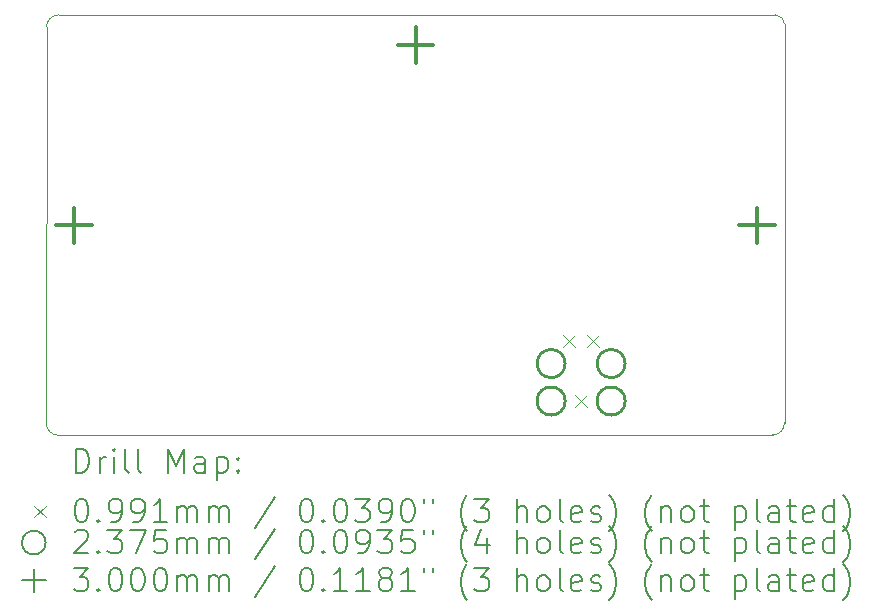
<source format=gbr>
%FSLAX45Y45*%
G04 Gerber Fmt 4.5, Leading zero omitted, Abs format (unit mm)*
G04 Created by KiCad (PCBNEW (6.0.0)) date 2022-12-31 23:58:13*
%MOMM*%
%LPD*%
G01*
G04 APERTURE LIST*
%TA.AperFunction,Profile*%
%ADD10C,0.100000*%
%TD*%
%ADD11C,0.200000*%
%ADD12C,0.099060*%
%ADD13C,0.237490*%
%ADD14C,0.300000*%
G04 APERTURE END LIST*
D10*
X12039600Y-10541000D02*
X5994400Y-10543900D01*
X12141200Y-7061200D02*
X12141200Y-10439400D01*
X5994400Y-6985000D02*
X12065000Y-6985000D01*
X5889900Y-10439400D02*
X5892800Y-7086600D01*
X12039600Y-10541000D02*
G75*
G03*
X12141200Y-10439400I0J101600D01*
G01*
X5889900Y-10439400D02*
G75*
G03*
X5994400Y-10543900I104500J0D01*
G01*
X5994400Y-6985000D02*
G75*
G03*
X5892800Y-7086600I0J-101600D01*
G01*
X12141200Y-7061200D02*
G75*
G03*
X12065000Y-6985000I-76200J0D01*
G01*
D11*
D12*
X10267950Y-9696450D02*
X10367010Y-9795510D01*
X10367010Y-9696450D02*
X10267950Y-9795510D01*
X10369550Y-10204450D02*
X10468610Y-10303510D01*
X10468610Y-10204450D02*
X10369550Y-10303510D01*
X10471150Y-9696450D02*
X10570210Y-9795510D01*
X10570210Y-9696450D02*
X10471150Y-9795510D01*
D13*
X10283825Y-9936480D02*
G75*
G03*
X10283825Y-9936480I-118745J0D01*
G01*
X10283825Y-10253980D02*
G75*
G03*
X10283825Y-10253980I-118745J0D01*
G01*
X10791825Y-9936480D02*
G75*
G03*
X10791825Y-9936480I-118745J0D01*
G01*
X10791825Y-10253980D02*
G75*
G03*
X10791825Y-10253980I-118745J0D01*
G01*
D14*
X6125700Y-8615400D02*
X6125700Y-8915400D01*
X5975700Y-8765400D02*
X6275700Y-8765400D01*
X9018000Y-7089000D02*
X9018000Y-7389000D01*
X8868000Y-7239000D02*
X9168000Y-7239000D01*
X11908300Y-8616400D02*
X11908300Y-8916400D01*
X11758300Y-8766400D02*
X12058300Y-8766400D01*
D11*
X6142519Y-10859376D02*
X6142519Y-10659376D01*
X6190138Y-10659376D01*
X6218709Y-10668900D01*
X6237757Y-10687948D01*
X6247281Y-10706995D01*
X6256805Y-10745090D01*
X6256805Y-10773662D01*
X6247281Y-10811757D01*
X6237757Y-10830805D01*
X6218709Y-10849852D01*
X6190138Y-10859376D01*
X6142519Y-10859376D01*
X6342519Y-10859376D02*
X6342519Y-10726043D01*
X6342519Y-10764138D02*
X6352043Y-10745090D01*
X6361567Y-10735567D01*
X6380614Y-10726043D01*
X6399662Y-10726043D01*
X6466328Y-10859376D02*
X6466328Y-10726043D01*
X6466328Y-10659376D02*
X6456805Y-10668900D01*
X6466328Y-10678424D01*
X6475852Y-10668900D01*
X6466328Y-10659376D01*
X6466328Y-10678424D01*
X6590138Y-10859376D02*
X6571090Y-10849852D01*
X6561567Y-10830805D01*
X6561567Y-10659376D01*
X6694900Y-10859376D02*
X6675852Y-10849852D01*
X6666328Y-10830805D01*
X6666328Y-10659376D01*
X6923471Y-10859376D02*
X6923471Y-10659376D01*
X6990138Y-10802233D01*
X7056805Y-10659376D01*
X7056805Y-10859376D01*
X7237757Y-10859376D02*
X7237757Y-10754614D01*
X7228233Y-10735567D01*
X7209186Y-10726043D01*
X7171090Y-10726043D01*
X7152043Y-10735567D01*
X7237757Y-10849852D02*
X7218709Y-10859376D01*
X7171090Y-10859376D01*
X7152043Y-10849852D01*
X7142519Y-10830805D01*
X7142519Y-10811757D01*
X7152043Y-10792710D01*
X7171090Y-10783186D01*
X7218709Y-10783186D01*
X7237757Y-10773662D01*
X7332995Y-10726043D02*
X7332995Y-10926043D01*
X7332995Y-10735567D02*
X7352043Y-10726043D01*
X7390138Y-10726043D01*
X7409186Y-10735567D01*
X7418709Y-10745090D01*
X7428233Y-10764138D01*
X7428233Y-10821281D01*
X7418709Y-10840329D01*
X7409186Y-10849852D01*
X7390138Y-10859376D01*
X7352043Y-10859376D01*
X7332995Y-10849852D01*
X7513948Y-10840329D02*
X7523471Y-10849852D01*
X7513948Y-10859376D01*
X7504424Y-10849852D01*
X7513948Y-10840329D01*
X7513948Y-10859376D01*
X7513948Y-10735567D02*
X7523471Y-10745090D01*
X7513948Y-10754614D01*
X7504424Y-10745090D01*
X7513948Y-10735567D01*
X7513948Y-10754614D01*
D12*
X5785840Y-11139370D02*
X5884900Y-11238430D01*
X5884900Y-11139370D02*
X5785840Y-11238430D01*
D11*
X6180614Y-11079376D02*
X6199662Y-11079376D01*
X6218709Y-11088900D01*
X6228233Y-11098424D01*
X6237757Y-11117471D01*
X6247281Y-11155567D01*
X6247281Y-11203186D01*
X6237757Y-11241281D01*
X6228233Y-11260328D01*
X6218709Y-11269852D01*
X6199662Y-11279376D01*
X6180614Y-11279376D01*
X6161567Y-11269852D01*
X6152043Y-11260328D01*
X6142519Y-11241281D01*
X6132995Y-11203186D01*
X6132995Y-11155567D01*
X6142519Y-11117471D01*
X6152043Y-11098424D01*
X6161567Y-11088900D01*
X6180614Y-11079376D01*
X6332995Y-11260328D02*
X6342519Y-11269852D01*
X6332995Y-11279376D01*
X6323471Y-11269852D01*
X6332995Y-11260328D01*
X6332995Y-11279376D01*
X6437757Y-11279376D02*
X6475852Y-11279376D01*
X6494900Y-11269852D01*
X6504424Y-11260328D01*
X6523471Y-11231757D01*
X6532995Y-11193662D01*
X6532995Y-11117471D01*
X6523471Y-11098424D01*
X6513948Y-11088900D01*
X6494900Y-11079376D01*
X6456805Y-11079376D01*
X6437757Y-11088900D01*
X6428233Y-11098424D01*
X6418709Y-11117471D01*
X6418709Y-11165090D01*
X6428233Y-11184138D01*
X6437757Y-11193662D01*
X6456805Y-11203186D01*
X6494900Y-11203186D01*
X6513948Y-11193662D01*
X6523471Y-11184138D01*
X6532995Y-11165090D01*
X6628233Y-11279376D02*
X6666328Y-11279376D01*
X6685376Y-11269852D01*
X6694900Y-11260328D01*
X6713948Y-11231757D01*
X6723471Y-11193662D01*
X6723471Y-11117471D01*
X6713948Y-11098424D01*
X6704424Y-11088900D01*
X6685376Y-11079376D01*
X6647281Y-11079376D01*
X6628233Y-11088900D01*
X6618709Y-11098424D01*
X6609186Y-11117471D01*
X6609186Y-11165090D01*
X6618709Y-11184138D01*
X6628233Y-11193662D01*
X6647281Y-11203186D01*
X6685376Y-11203186D01*
X6704424Y-11193662D01*
X6713948Y-11184138D01*
X6723471Y-11165090D01*
X6913948Y-11279376D02*
X6799662Y-11279376D01*
X6856805Y-11279376D02*
X6856805Y-11079376D01*
X6837757Y-11107948D01*
X6818709Y-11126995D01*
X6799662Y-11136519D01*
X6999662Y-11279376D02*
X6999662Y-11146043D01*
X6999662Y-11165090D02*
X7009186Y-11155567D01*
X7028233Y-11146043D01*
X7056805Y-11146043D01*
X7075852Y-11155567D01*
X7085376Y-11174614D01*
X7085376Y-11279376D01*
X7085376Y-11174614D02*
X7094900Y-11155567D01*
X7113948Y-11146043D01*
X7142519Y-11146043D01*
X7161567Y-11155567D01*
X7171090Y-11174614D01*
X7171090Y-11279376D01*
X7266328Y-11279376D02*
X7266328Y-11146043D01*
X7266328Y-11165090D02*
X7275852Y-11155567D01*
X7294900Y-11146043D01*
X7323471Y-11146043D01*
X7342519Y-11155567D01*
X7352043Y-11174614D01*
X7352043Y-11279376D01*
X7352043Y-11174614D02*
X7361567Y-11155567D01*
X7380614Y-11146043D01*
X7409186Y-11146043D01*
X7428233Y-11155567D01*
X7437757Y-11174614D01*
X7437757Y-11279376D01*
X7828233Y-11069852D02*
X7656805Y-11326995D01*
X8085376Y-11079376D02*
X8104424Y-11079376D01*
X8123471Y-11088900D01*
X8132995Y-11098424D01*
X8142519Y-11117471D01*
X8152043Y-11155567D01*
X8152043Y-11203186D01*
X8142519Y-11241281D01*
X8132995Y-11260328D01*
X8123471Y-11269852D01*
X8104424Y-11279376D01*
X8085376Y-11279376D01*
X8066328Y-11269852D01*
X8056805Y-11260328D01*
X8047281Y-11241281D01*
X8037757Y-11203186D01*
X8037757Y-11155567D01*
X8047281Y-11117471D01*
X8056805Y-11098424D01*
X8066328Y-11088900D01*
X8085376Y-11079376D01*
X8237757Y-11260328D02*
X8247281Y-11269852D01*
X8237757Y-11279376D01*
X8228233Y-11269852D01*
X8237757Y-11260328D01*
X8237757Y-11279376D01*
X8371090Y-11079376D02*
X8390138Y-11079376D01*
X8409186Y-11088900D01*
X8418710Y-11098424D01*
X8428233Y-11117471D01*
X8437757Y-11155567D01*
X8437757Y-11203186D01*
X8428233Y-11241281D01*
X8418710Y-11260328D01*
X8409186Y-11269852D01*
X8390138Y-11279376D01*
X8371090Y-11279376D01*
X8352043Y-11269852D01*
X8342519Y-11260328D01*
X8332995Y-11241281D01*
X8323471Y-11203186D01*
X8323471Y-11155567D01*
X8332995Y-11117471D01*
X8342519Y-11098424D01*
X8352043Y-11088900D01*
X8371090Y-11079376D01*
X8504424Y-11079376D02*
X8628233Y-11079376D01*
X8561567Y-11155567D01*
X8590138Y-11155567D01*
X8609186Y-11165090D01*
X8618710Y-11174614D01*
X8628233Y-11193662D01*
X8628233Y-11241281D01*
X8618710Y-11260328D01*
X8609186Y-11269852D01*
X8590138Y-11279376D01*
X8532995Y-11279376D01*
X8513948Y-11269852D01*
X8504424Y-11260328D01*
X8723471Y-11279376D02*
X8761567Y-11279376D01*
X8780614Y-11269852D01*
X8790138Y-11260328D01*
X8809186Y-11231757D01*
X8818710Y-11193662D01*
X8818710Y-11117471D01*
X8809186Y-11098424D01*
X8799662Y-11088900D01*
X8780614Y-11079376D01*
X8742519Y-11079376D01*
X8723471Y-11088900D01*
X8713948Y-11098424D01*
X8704424Y-11117471D01*
X8704424Y-11165090D01*
X8713948Y-11184138D01*
X8723471Y-11193662D01*
X8742519Y-11203186D01*
X8780614Y-11203186D01*
X8799662Y-11193662D01*
X8809186Y-11184138D01*
X8818710Y-11165090D01*
X8942519Y-11079376D02*
X8961567Y-11079376D01*
X8980614Y-11088900D01*
X8990138Y-11098424D01*
X8999662Y-11117471D01*
X9009186Y-11155567D01*
X9009186Y-11203186D01*
X8999662Y-11241281D01*
X8990138Y-11260328D01*
X8980614Y-11269852D01*
X8961567Y-11279376D01*
X8942519Y-11279376D01*
X8923471Y-11269852D01*
X8913948Y-11260328D01*
X8904424Y-11241281D01*
X8894900Y-11203186D01*
X8894900Y-11155567D01*
X8904424Y-11117471D01*
X8913948Y-11098424D01*
X8923471Y-11088900D01*
X8942519Y-11079376D01*
X9085376Y-11079376D02*
X9085376Y-11117471D01*
X9161567Y-11079376D02*
X9161567Y-11117471D01*
X9456805Y-11355567D02*
X9447281Y-11346043D01*
X9428233Y-11317471D01*
X9418710Y-11298424D01*
X9409186Y-11269852D01*
X9399662Y-11222233D01*
X9399662Y-11184138D01*
X9409186Y-11136519D01*
X9418710Y-11107948D01*
X9428233Y-11088900D01*
X9447281Y-11060329D01*
X9456805Y-11050805D01*
X9513948Y-11079376D02*
X9637757Y-11079376D01*
X9571090Y-11155567D01*
X9599662Y-11155567D01*
X9618710Y-11165090D01*
X9628233Y-11174614D01*
X9637757Y-11193662D01*
X9637757Y-11241281D01*
X9628233Y-11260328D01*
X9618710Y-11269852D01*
X9599662Y-11279376D01*
X9542519Y-11279376D01*
X9523471Y-11269852D01*
X9513948Y-11260328D01*
X9875852Y-11279376D02*
X9875852Y-11079376D01*
X9961567Y-11279376D02*
X9961567Y-11174614D01*
X9952043Y-11155567D01*
X9932995Y-11146043D01*
X9904424Y-11146043D01*
X9885376Y-11155567D01*
X9875852Y-11165090D01*
X10085376Y-11279376D02*
X10066329Y-11269852D01*
X10056805Y-11260328D01*
X10047281Y-11241281D01*
X10047281Y-11184138D01*
X10056805Y-11165090D01*
X10066329Y-11155567D01*
X10085376Y-11146043D01*
X10113948Y-11146043D01*
X10132995Y-11155567D01*
X10142519Y-11165090D01*
X10152043Y-11184138D01*
X10152043Y-11241281D01*
X10142519Y-11260328D01*
X10132995Y-11269852D01*
X10113948Y-11279376D01*
X10085376Y-11279376D01*
X10266329Y-11279376D02*
X10247281Y-11269852D01*
X10237757Y-11250805D01*
X10237757Y-11079376D01*
X10418710Y-11269852D02*
X10399662Y-11279376D01*
X10361567Y-11279376D01*
X10342519Y-11269852D01*
X10332995Y-11250805D01*
X10332995Y-11174614D01*
X10342519Y-11155567D01*
X10361567Y-11146043D01*
X10399662Y-11146043D01*
X10418710Y-11155567D01*
X10428233Y-11174614D01*
X10428233Y-11193662D01*
X10332995Y-11212709D01*
X10504424Y-11269852D02*
X10523471Y-11279376D01*
X10561567Y-11279376D01*
X10580614Y-11269852D01*
X10590138Y-11250805D01*
X10590138Y-11241281D01*
X10580614Y-11222233D01*
X10561567Y-11212709D01*
X10532995Y-11212709D01*
X10513948Y-11203186D01*
X10504424Y-11184138D01*
X10504424Y-11174614D01*
X10513948Y-11155567D01*
X10532995Y-11146043D01*
X10561567Y-11146043D01*
X10580614Y-11155567D01*
X10656805Y-11355567D02*
X10666329Y-11346043D01*
X10685376Y-11317471D01*
X10694900Y-11298424D01*
X10704424Y-11269852D01*
X10713948Y-11222233D01*
X10713948Y-11184138D01*
X10704424Y-11136519D01*
X10694900Y-11107948D01*
X10685376Y-11088900D01*
X10666329Y-11060329D01*
X10656805Y-11050805D01*
X11018710Y-11355567D02*
X11009186Y-11346043D01*
X10990138Y-11317471D01*
X10980614Y-11298424D01*
X10971090Y-11269852D01*
X10961567Y-11222233D01*
X10961567Y-11184138D01*
X10971090Y-11136519D01*
X10980614Y-11107948D01*
X10990138Y-11088900D01*
X11009186Y-11060329D01*
X11018710Y-11050805D01*
X11094900Y-11146043D02*
X11094900Y-11279376D01*
X11094900Y-11165090D02*
X11104424Y-11155567D01*
X11123471Y-11146043D01*
X11152043Y-11146043D01*
X11171090Y-11155567D01*
X11180614Y-11174614D01*
X11180614Y-11279376D01*
X11304424Y-11279376D02*
X11285376Y-11269852D01*
X11275852Y-11260328D01*
X11266328Y-11241281D01*
X11266328Y-11184138D01*
X11275852Y-11165090D01*
X11285376Y-11155567D01*
X11304424Y-11146043D01*
X11332995Y-11146043D01*
X11352043Y-11155567D01*
X11361567Y-11165090D01*
X11371090Y-11184138D01*
X11371090Y-11241281D01*
X11361567Y-11260328D01*
X11352043Y-11269852D01*
X11332995Y-11279376D01*
X11304424Y-11279376D01*
X11428233Y-11146043D02*
X11504424Y-11146043D01*
X11456805Y-11079376D02*
X11456805Y-11250805D01*
X11466328Y-11269852D01*
X11485376Y-11279376D01*
X11504424Y-11279376D01*
X11723471Y-11146043D02*
X11723471Y-11346043D01*
X11723471Y-11155567D02*
X11742519Y-11146043D01*
X11780614Y-11146043D01*
X11799662Y-11155567D01*
X11809186Y-11165090D01*
X11818709Y-11184138D01*
X11818709Y-11241281D01*
X11809186Y-11260328D01*
X11799662Y-11269852D01*
X11780614Y-11279376D01*
X11742519Y-11279376D01*
X11723471Y-11269852D01*
X11932995Y-11279376D02*
X11913948Y-11269852D01*
X11904424Y-11250805D01*
X11904424Y-11079376D01*
X12094900Y-11279376D02*
X12094900Y-11174614D01*
X12085376Y-11155567D01*
X12066328Y-11146043D01*
X12028233Y-11146043D01*
X12009186Y-11155567D01*
X12094900Y-11269852D02*
X12075852Y-11279376D01*
X12028233Y-11279376D01*
X12009186Y-11269852D01*
X11999662Y-11250805D01*
X11999662Y-11231757D01*
X12009186Y-11212709D01*
X12028233Y-11203186D01*
X12075852Y-11203186D01*
X12094900Y-11193662D01*
X12161567Y-11146043D02*
X12237757Y-11146043D01*
X12190138Y-11079376D02*
X12190138Y-11250805D01*
X12199662Y-11269852D01*
X12218709Y-11279376D01*
X12237757Y-11279376D01*
X12380614Y-11269852D02*
X12361567Y-11279376D01*
X12323471Y-11279376D01*
X12304424Y-11269852D01*
X12294900Y-11250805D01*
X12294900Y-11174614D01*
X12304424Y-11155567D01*
X12323471Y-11146043D01*
X12361567Y-11146043D01*
X12380614Y-11155567D01*
X12390138Y-11174614D01*
X12390138Y-11193662D01*
X12294900Y-11212709D01*
X12561567Y-11279376D02*
X12561567Y-11079376D01*
X12561567Y-11269852D02*
X12542519Y-11279376D01*
X12504424Y-11279376D01*
X12485376Y-11269852D01*
X12475852Y-11260328D01*
X12466328Y-11241281D01*
X12466328Y-11184138D01*
X12475852Y-11165090D01*
X12485376Y-11155567D01*
X12504424Y-11146043D01*
X12542519Y-11146043D01*
X12561567Y-11155567D01*
X12637757Y-11355567D02*
X12647281Y-11346043D01*
X12666328Y-11317471D01*
X12675852Y-11298424D01*
X12685376Y-11269852D01*
X12694900Y-11222233D01*
X12694900Y-11184138D01*
X12685376Y-11136519D01*
X12675852Y-11107948D01*
X12666328Y-11088900D01*
X12647281Y-11060329D01*
X12637757Y-11050805D01*
X5884900Y-11452900D02*
G75*
G03*
X5884900Y-11452900I-100000J0D01*
G01*
X6132995Y-11362424D02*
X6142519Y-11352900D01*
X6161567Y-11343376D01*
X6209186Y-11343376D01*
X6228233Y-11352900D01*
X6237757Y-11362424D01*
X6247281Y-11381471D01*
X6247281Y-11400519D01*
X6237757Y-11429090D01*
X6123471Y-11543376D01*
X6247281Y-11543376D01*
X6332995Y-11524328D02*
X6342519Y-11533852D01*
X6332995Y-11543376D01*
X6323471Y-11533852D01*
X6332995Y-11524328D01*
X6332995Y-11543376D01*
X6409186Y-11343376D02*
X6532995Y-11343376D01*
X6466328Y-11419567D01*
X6494900Y-11419567D01*
X6513948Y-11429090D01*
X6523471Y-11438614D01*
X6532995Y-11457662D01*
X6532995Y-11505281D01*
X6523471Y-11524328D01*
X6513948Y-11533852D01*
X6494900Y-11543376D01*
X6437757Y-11543376D01*
X6418709Y-11533852D01*
X6409186Y-11524328D01*
X6599662Y-11343376D02*
X6732995Y-11343376D01*
X6647281Y-11543376D01*
X6904424Y-11343376D02*
X6809186Y-11343376D01*
X6799662Y-11438614D01*
X6809186Y-11429090D01*
X6828233Y-11419567D01*
X6875852Y-11419567D01*
X6894900Y-11429090D01*
X6904424Y-11438614D01*
X6913948Y-11457662D01*
X6913948Y-11505281D01*
X6904424Y-11524328D01*
X6894900Y-11533852D01*
X6875852Y-11543376D01*
X6828233Y-11543376D01*
X6809186Y-11533852D01*
X6799662Y-11524328D01*
X6999662Y-11543376D02*
X6999662Y-11410043D01*
X6999662Y-11429090D02*
X7009186Y-11419567D01*
X7028233Y-11410043D01*
X7056805Y-11410043D01*
X7075852Y-11419567D01*
X7085376Y-11438614D01*
X7085376Y-11543376D01*
X7085376Y-11438614D02*
X7094900Y-11419567D01*
X7113948Y-11410043D01*
X7142519Y-11410043D01*
X7161567Y-11419567D01*
X7171090Y-11438614D01*
X7171090Y-11543376D01*
X7266328Y-11543376D02*
X7266328Y-11410043D01*
X7266328Y-11429090D02*
X7275852Y-11419567D01*
X7294900Y-11410043D01*
X7323471Y-11410043D01*
X7342519Y-11419567D01*
X7352043Y-11438614D01*
X7352043Y-11543376D01*
X7352043Y-11438614D02*
X7361567Y-11419567D01*
X7380614Y-11410043D01*
X7409186Y-11410043D01*
X7428233Y-11419567D01*
X7437757Y-11438614D01*
X7437757Y-11543376D01*
X7828233Y-11333852D02*
X7656805Y-11590995D01*
X8085376Y-11343376D02*
X8104424Y-11343376D01*
X8123471Y-11352900D01*
X8132995Y-11362424D01*
X8142519Y-11381471D01*
X8152043Y-11419567D01*
X8152043Y-11467186D01*
X8142519Y-11505281D01*
X8132995Y-11524328D01*
X8123471Y-11533852D01*
X8104424Y-11543376D01*
X8085376Y-11543376D01*
X8066328Y-11533852D01*
X8056805Y-11524328D01*
X8047281Y-11505281D01*
X8037757Y-11467186D01*
X8037757Y-11419567D01*
X8047281Y-11381471D01*
X8056805Y-11362424D01*
X8066328Y-11352900D01*
X8085376Y-11343376D01*
X8237757Y-11524328D02*
X8247281Y-11533852D01*
X8237757Y-11543376D01*
X8228233Y-11533852D01*
X8237757Y-11524328D01*
X8237757Y-11543376D01*
X8371090Y-11343376D02*
X8390138Y-11343376D01*
X8409186Y-11352900D01*
X8418710Y-11362424D01*
X8428233Y-11381471D01*
X8437757Y-11419567D01*
X8437757Y-11467186D01*
X8428233Y-11505281D01*
X8418710Y-11524328D01*
X8409186Y-11533852D01*
X8390138Y-11543376D01*
X8371090Y-11543376D01*
X8352043Y-11533852D01*
X8342519Y-11524328D01*
X8332995Y-11505281D01*
X8323471Y-11467186D01*
X8323471Y-11419567D01*
X8332995Y-11381471D01*
X8342519Y-11362424D01*
X8352043Y-11352900D01*
X8371090Y-11343376D01*
X8532995Y-11543376D02*
X8571090Y-11543376D01*
X8590138Y-11533852D01*
X8599662Y-11524328D01*
X8618710Y-11495757D01*
X8628233Y-11457662D01*
X8628233Y-11381471D01*
X8618710Y-11362424D01*
X8609186Y-11352900D01*
X8590138Y-11343376D01*
X8552043Y-11343376D01*
X8532995Y-11352900D01*
X8523471Y-11362424D01*
X8513948Y-11381471D01*
X8513948Y-11429090D01*
X8523471Y-11448138D01*
X8532995Y-11457662D01*
X8552043Y-11467186D01*
X8590138Y-11467186D01*
X8609186Y-11457662D01*
X8618710Y-11448138D01*
X8628233Y-11429090D01*
X8694900Y-11343376D02*
X8818710Y-11343376D01*
X8752043Y-11419567D01*
X8780614Y-11419567D01*
X8799662Y-11429090D01*
X8809186Y-11438614D01*
X8818710Y-11457662D01*
X8818710Y-11505281D01*
X8809186Y-11524328D01*
X8799662Y-11533852D01*
X8780614Y-11543376D01*
X8723471Y-11543376D01*
X8704424Y-11533852D01*
X8694900Y-11524328D01*
X8999662Y-11343376D02*
X8904424Y-11343376D01*
X8894900Y-11438614D01*
X8904424Y-11429090D01*
X8923471Y-11419567D01*
X8971090Y-11419567D01*
X8990138Y-11429090D01*
X8999662Y-11438614D01*
X9009186Y-11457662D01*
X9009186Y-11505281D01*
X8999662Y-11524328D01*
X8990138Y-11533852D01*
X8971090Y-11543376D01*
X8923471Y-11543376D01*
X8904424Y-11533852D01*
X8894900Y-11524328D01*
X9085376Y-11343376D02*
X9085376Y-11381471D01*
X9161567Y-11343376D02*
X9161567Y-11381471D01*
X9456805Y-11619567D02*
X9447281Y-11610043D01*
X9428233Y-11581471D01*
X9418710Y-11562424D01*
X9409186Y-11533852D01*
X9399662Y-11486233D01*
X9399662Y-11448138D01*
X9409186Y-11400519D01*
X9418710Y-11371948D01*
X9428233Y-11352900D01*
X9447281Y-11324328D01*
X9456805Y-11314805D01*
X9618710Y-11410043D02*
X9618710Y-11543376D01*
X9571090Y-11333852D02*
X9523471Y-11476709D01*
X9647281Y-11476709D01*
X9875852Y-11543376D02*
X9875852Y-11343376D01*
X9961567Y-11543376D02*
X9961567Y-11438614D01*
X9952043Y-11419567D01*
X9932995Y-11410043D01*
X9904424Y-11410043D01*
X9885376Y-11419567D01*
X9875852Y-11429090D01*
X10085376Y-11543376D02*
X10066329Y-11533852D01*
X10056805Y-11524328D01*
X10047281Y-11505281D01*
X10047281Y-11448138D01*
X10056805Y-11429090D01*
X10066329Y-11419567D01*
X10085376Y-11410043D01*
X10113948Y-11410043D01*
X10132995Y-11419567D01*
X10142519Y-11429090D01*
X10152043Y-11448138D01*
X10152043Y-11505281D01*
X10142519Y-11524328D01*
X10132995Y-11533852D01*
X10113948Y-11543376D01*
X10085376Y-11543376D01*
X10266329Y-11543376D02*
X10247281Y-11533852D01*
X10237757Y-11514805D01*
X10237757Y-11343376D01*
X10418710Y-11533852D02*
X10399662Y-11543376D01*
X10361567Y-11543376D01*
X10342519Y-11533852D01*
X10332995Y-11514805D01*
X10332995Y-11438614D01*
X10342519Y-11419567D01*
X10361567Y-11410043D01*
X10399662Y-11410043D01*
X10418710Y-11419567D01*
X10428233Y-11438614D01*
X10428233Y-11457662D01*
X10332995Y-11476709D01*
X10504424Y-11533852D02*
X10523471Y-11543376D01*
X10561567Y-11543376D01*
X10580614Y-11533852D01*
X10590138Y-11514805D01*
X10590138Y-11505281D01*
X10580614Y-11486233D01*
X10561567Y-11476709D01*
X10532995Y-11476709D01*
X10513948Y-11467186D01*
X10504424Y-11448138D01*
X10504424Y-11438614D01*
X10513948Y-11419567D01*
X10532995Y-11410043D01*
X10561567Y-11410043D01*
X10580614Y-11419567D01*
X10656805Y-11619567D02*
X10666329Y-11610043D01*
X10685376Y-11581471D01*
X10694900Y-11562424D01*
X10704424Y-11533852D01*
X10713948Y-11486233D01*
X10713948Y-11448138D01*
X10704424Y-11400519D01*
X10694900Y-11371948D01*
X10685376Y-11352900D01*
X10666329Y-11324328D01*
X10656805Y-11314805D01*
X11018710Y-11619567D02*
X11009186Y-11610043D01*
X10990138Y-11581471D01*
X10980614Y-11562424D01*
X10971090Y-11533852D01*
X10961567Y-11486233D01*
X10961567Y-11448138D01*
X10971090Y-11400519D01*
X10980614Y-11371948D01*
X10990138Y-11352900D01*
X11009186Y-11324328D01*
X11018710Y-11314805D01*
X11094900Y-11410043D02*
X11094900Y-11543376D01*
X11094900Y-11429090D02*
X11104424Y-11419567D01*
X11123471Y-11410043D01*
X11152043Y-11410043D01*
X11171090Y-11419567D01*
X11180614Y-11438614D01*
X11180614Y-11543376D01*
X11304424Y-11543376D02*
X11285376Y-11533852D01*
X11275852Y-11524328D01*
X11266328Y-11505281D01*
X11266328Y-11448138D01*
X11275852Y-11429090D01*
X11285376Y-11419567D01*
X11304424Y-11410043D01*
X11332995Y-11410043D01*
X11352043Y-11419567D01*
X11361567Y-11429090D01*
X11371090Y-11448138D01*
X11371090Y-11505281D01*
X11361567Y-11524328D01*
X11352043Y-11533852D01*
X11332995Y-11543376D01*
X11304424Y-11543376D01*
X11428233Y-11410043D02*
X11504424Y-11410043D01*
X11456805Y-11343376D02*
X11456805Y-11514805D01*
X11466328Y-11533852D01*
X11485376Y-11543376D01*
X11504424Y-11543376D01*
X11723471Y-11410043D02*
X11723471Y-11610043D01*
X11723471Y-11419567D02*
X11742519Y-11410043D01*
X11780614Y-11410043D01*
X11799662Y-11419567D01*
X11809186Y-11429090D01*
X11818709Y-11448138D01*
X11818709Y-11505281D01*
X11809186Y-11524328D01*
X11799662Y-11533852D01*
X11780614Y-11543376D01*
X11742519Y-11543376D01*
X11723471Y-11533852D01*
X11932995Y-11543376D02*
X11913948Y-11533852D01*
X11904424Y-11514805D01*
X11904424Y-11343376D01*
X12094900Y-11543376D02*
X12094900Y-11438614D01*
X12085376Y-11419567D01*
X12066328Y-11410043D01*
X12028233Y-11410043D01*
X12009186Y-11419567D01*
X12094900Y-11533852D02*
X12075852Y-11543376D01*
X12028233Y-11543376D01*
X12009186Y-11533852D01*
X11999662Y-11514805D01*
X11999662Y-11495757D01*
X12009186Y-11476709D01*
X12028233Y-11467186D01*
X12075852Y-11467186D01*
X12094900Y-11457662D01*
X12161567Y-11410043D02*
X12237757Y-11410043D01*
X12190138Y-11343376D02*
X12190138Y-11514805D01*
X12199662Y-11533852D01*
X12218709Y-11543376D01*
X12237757Y-11543376D01*
X12380614Y-11533852D02*
X12361567Y-11543376D01*
X12323471Y-11543376D01*
X12304424Y-11533852D01*
X12294900Y-11514805D01*
X12294900Y-11438614D01*
X12304424Y-11419567D01*
X12323471Y-11410043D01*
X12361567Y-11410043D01*
X12380614Y-11419567D01*
X12390138Y-11438614D01*
X12390138Y-11457662D01*
X12294900Y-11476709D01*
X12561567Y-11543376D02*
X12561567Y-11343376D01*
X12561567Y-11533852D02*
X12542519Y-11543376D01*
X12504424Y-11543376D01*
X12485376Y-11533852D01*
X12475852Y-11524328D01*
X12466328Y-11505281D01*
X12466328Y-11448138D01*
X12475852Y-11429090D01*
X12485376Y-11419567D01*
X12504424Y-11410043D01*
X12542519Y-11410043D01*
X12561567Y-11419567D01*
X12637757Y-11619567D02*
X12647281Y-11610043D01*
X12666328Y-11581471D01*
X12675852Y-11562424D01*
X12685376Y-11533852D01*
X12694900Y-11486233D01*
X12694900Y-11448138D01*
X12685376Y-11400519D01*
X12675852Y-11371948D01*
X12666328Y-11352900D01*
X12647281Y-11324328D01*
X12637757Y-11314805D01*
X5784900Y-11672900D02*
X5784900Y-11872900D01*
X5684900Y-11772900D02*
X5884900Y-11772900D01*
X6123471Y-11663376D02*
X6247281Y-11663376D01*
X6180614Y-11739567D01*
X6209186Y-11739567D01*
X6228233Y-11749090D01*
X6237757Y-11758614D01*
X6247281Y-11777662D01*
X6247281Y-11825281D01*
X6237757Y-11844328D01*
X6228233Y-11853852D01*
X6209186Y-11863376D01*
X6152043Y-11863376D01*
X6132995Y-11853852D01*
X6123471Y-11844328D01*
X6332995Y-11844328D02*
X6342519Y-11853852D01*
X6332995Y-11863376D01*
X6323471Y-11853852D01*
X6332995Y-11844328D01*
X6332995Y-11863376D01*
X6466328Y-11663376D02*
X6485376Y-11663376D01*
X6504424Y-11672900D01*
X6513948Y-11682424D01*
X6523471Y-11701471D01*
X6532995Y-11739567D01*
X6532995Y-11787186D01*
X6523471Y-11825281D01*
X6513948Y-11844328D01*
X6504424Y-11853852D01*
X6485376Y-11863376D01*
X6466328Y-11863376D01*
X6447281Y-11853852D01*
X6437757Y-11844328D01*
X6428233Y-11825281D01*
X6418709Y-11787186D01*
X6418709Y-11739567D01*
X6428233Y-11701471D01*
X6437757Y-11682424D01*
X6447281Y-11672900D01*
X6466328Y-11663376D01*
X6656805Y-11663376D02*
X6675852Y-11663376D01*
X6694900Y-11672900D01*
X6704424Y-11682424D01*
X6713948Y-11701471D01*
X6723471Y-11739567D01*
X6723471Y-11787186D01*
X6713948Y-11825281D01*
X6704424Y-11844328D01*
X6694900Y-11853852D01*
X6675852Y-11863376D01*
X6656805Y-11863376D01*
X6637757Y-11853852D01*
X6628233Y-11844328D01*
X6618709Y-11825281D01*
X6609186Y-11787186D01*
X6609186Y-11739567D01*
X6618709Y-11701471D01*
X6628233Y-11682424D01*
X6637757Y-11672900D01*
X6656805Y-11663376D01*
X6847281Y-11663376D02*
X6866328Y-11663376D01*
X6885376Y-11672900D01*
X6894900Y-11682424D01*
X6904424Y-11701471D01*
X6913948Y-11739567D01*
X6913948Y-11787186D01*
X6904424Y-11825281D01*
X6894900Y-11844328D01*
X6885376Y-11853852D01*
X6866328Y-11863376D01*
X6847281Y-11863376D01*
X6828233Y-11853852D01*
X6818709Y-11844328D01*
X6809186Y-11825281D01*
X6799662Y-11787186D01*
X6799662Y-11739567D01*
X6809186Y-11701471D01*
X6818709Y-11682424D01*
X6828233Y-11672900D01*
X6847281Y-11663376D01*
X6999662Y-11863376D02*
X6999662Y-11730043D01*
X6999662Y-11749090D02*
X7009186Y-11739567D01*
X7028233Y-11730043D01*
X7056805Y-11730043D01*
X7075852Y-11739567D01*
X7085376Y-11758614D01*
X7085376Y-11863376D01*
X7085376Y-11758614D02*
X7094900Y-11739567D01*
X7113948Y-11730043D01*
X7142519Y-11730043D01*
X7161567Y-11739567D01*
X7171090Y-11758614D01*
X7171090Y-11863376D01*
X7266328Y-11863376D02*
X7266328Y-11730043D01*
X7266328Y-11749090D02*
X7275852Y-11739567D01*
X7294900Y-11730043D01*
X7323471Y-11730043D01*
X7342519Y-11739567D01*
X7352043Y-11758614D01*
X7352043Y-11863376D01*
X7352043Y-11758614D02*
X7361567Y-11739567D01*
X7380614Y-11730043D01*
X7409186Y-11730043D01*
X7428233Y-11739567D01*
X7437757Y-11758614D01*
X7437757Y-11863376D01*
X7828233Y-11653852D02*
X7656805Y-11910995D01*
X8085376Y-11663376D02*
X8104424Y-11663376D01*
X8123471Y-11672900D01*
X8132995Y-11682424D01*
X8142519Y-11701471D01*
X8152043Y-11739567D01*
X8152043Y-11787186D01*
X8142519Y-11825281D01*
X8132995Y-11844328D01*
X8123471Y-11853852D01*
X8104424Y-11863376D01*
X8085376Y-11863376D01*
X8066328Y-11853852D01*
X8056805Y-11844328D01*
X8047281Y-11825281D01*
X8037757Y-11787186D01*
X8037757Y-11739567D01*
X8047281Y-11701471D01*
X8056805Y-11682424D01*
X8066328Y-11672900D01*
X8085376Y-11663376D01*
X8237757Y-11844328D02*
X8247281Y-11853852D01*
X8237757Y-11863376D01*
X8228233Y-11853852D01*
X8237757Y-11844328D01*
X8237757Y-11863376D01*
X8437757Y-11863376D02*
X8323471Y-11863376D01*
X8380614Y-11863376D02*
X8380614Y-11663376D01*
X8361567Y-11691948D01*
X8342519Y-11710995D01*
X8323471Y-11720519D01*
X8628233Y-11863376D02*
X8513948Y-11863376D01*
X8571090Y-11863376D02*
X8571090Y-11663376D01*
X8552043Y-11691948D01*
X8532995Y-11710995D01*
X8513948Y-11720519D01*
X8742519Y-11749090D02*
X8723471Y-11739567D01*
X8713948Y-11730043D01*
X8704424Y-11710995D01*
X8704424Y-11701471D01*
X8713948Y-11682424D01*
X8723471Y-11672900D01*
X8742519Y-11663376D01*
X8780614Y-11663376D01*
X8799662Y-11672900D01*
X8809186Y-11682424D01*
X8818710Y-11701471D01*
X8818710Y-11710995D01*
X8809186Y-11730043D01*
X8799662Y-11739567D01*
X8780614Y-11749090D01*
X8742519Y-11749090D01*
X8723471Y-11758614D01*
X8713948Y-11768138D01*
X8704424Y-11787186D01*
X8704424Y-11825281D01*
X8713948Y-11844328D01*
X8723471Y-11853852D01*
X8742519Y-11863376D01*
X8780614Y-11863376D01*
X8799662Y-11853852D01*
X8809186Y-11844328D01*
X8818710Y-11825281D01*
X8818710Y-11787186D01*
X8809186Y-11768138D01*
X8799662Y-11758614D01*
X8780614Y-11749090D01*
X9009186Y-11863376D02*
X8894900Y-11863376D01*
X8952043Y-11863376D02*
X8952043Y-11663376D01*
X8932995Y-11691948D01*
X8913948Y-11710995D01*
X8894900Y-11720519D01*
X9085376Y-11663376D02*
X9085376Y-11701471D01*
X9161567Y-11663376D02*
X9161567Y-11701471D01*
X9456805Y-11939567D02*
X9447281Y-11930043D01*
X9428233Y-11901471D01*
X9418710Y-11882424D01*
X9409186Y-11853852D01*
X9399662Y-11806233D01*
X9399662Y-11768138D01*
X9409186Y-11720519D01*
X9418710Y-11691948D01*
X9428233Y-11672900D01*
X9447281Y-11644328D01*
X9456805Y-11634805D01*
X9513948Y-11663376D02*
X9637757Y-11663376D01*
X9571090Y-11739567D01*
X9599662Y-11739567D01*
X9618710Y-11749090D01*
X9628233Y-11758614D01*
X9637757Y-11777662D01*
X9637757Y-11825281D01*
X9628233Y-11844328D01*
X9618710Y-11853852D01*
X9599662Y-11863376D01*
X9542519Y-11863376D01*
X9523471Y-11853852D01*
X9513948Y-11844328D01*
X9875852Y-11863376D02*
X9875852Y-11663376D01*
X9961567Y-11863376D02*
X9961567Y-11758614D01*
X9952043Y-11739567D01*
X9932995Y-11730043D01*
X9904424Y-11730043D01*
X9885376Y-11739567D01*
X9875852Y-11749090D01*
X10085376Y-11863376D02*
X10066329Y-11853852D01*
X10056805Y-11844328D01*
X10047281Y-11825281D01*
X10047281Y-11768138D01*
X10056805Y-11749090D01*
X10066329Y-11739567D01*
X10085376Y-11730043D01*
X10113948Y-11730043D01*
X10132995Y-11739567D01*
X10142519Y-11749090D01*
X10152043Y-11768138D01*
X10152043Y-11825281D01*
X10142519Y-11844328D01*
X10132995Y-11853852D01*
X10113948Y-11863376D01*
X10085376Y-11863376D01*
X10266329Y-11863376D02*
X10247281Y-11853852D01*
X10237757Y-11834805D01*
X10237757Y-11663376D01*
X10418710Y-11853852D02*
X10399662Y-11863376D01*
X10361567Y-11863376D01*
X10342519Y-11853852D01*
X10332995Y-11834805D01*
X10332995Y-11758614D01*
X10342519Y-11739567D01*
X10361567Y-11730043D01*
X10399662Y-11730043D01*
X10418710Y-11739567D01*
X10428233Y-11758614D01*
X10428233Y-11777662D01*
X10332995Y-11796709D01*
X10504424Y-11853852D02*
X10523471Y-11863376D01*
X10561567Y-11863376D01*
X10580614Y-11853852D01*
X10590138Y-11834805D01*
X10590138Y-11825281D01*
X10580614Y-11806233D01*
X10561567Y-11796709D01*
X10532995Y-11796709D01*
X10513948Y-11787186D01*
X10504424Y-11768138D01*
X10504424Y-11758614D01*
X10513948Y-11739567D01*
X10532995Y-11730043D01*
X10561567Y-11730043D01*
X10580614Y-11739567D01*
X10656805Y-11939567D02*
X10666329Y-11930043D01*
X10685376Y-11901471D01*
X10694900Y-11882424D01*
X10704424Y-11853852D01*
X10713948Y-11806233D01*
X10713948Y-11768138D01*
X10704424Y-11720519D01*
X10694900Y-11691948D01*
X10685376Y-11672900D01*
X10666329Y-11644328D01*
X10656805Y-11634805D01*
X11018710Y-11939567D02*
X11009186Y-11930043D01*
X10990138Y-11901471D01*
X10980614Y-11882424D01*
X10971090Y-11853852D01*
X10961567Y-11806233D01*
X10961567Y-11768138D01*
X10971090Y-11720519D01*
X10980614Y-11691948D01*
X10990138Y-11672900D01*
X11009186Y-11644328D01*
X11018710Y-11634805D01*
X11094900Y-11730043D02*
X11094900Y-11863376D01*
X11094900Y-11749090D02*
X11104424Y-11739567D01*
X11123471Y-11730043D01*
X11152043Y-11730043D01*
X11171090Y-11739567D01*
X11180614Y-11758614D01*
X11180614Y-11863376D01*
X11304424Y-11863376D02*
X11285376Y-11853852D01*
X11275852Y-11844328D01*
X11266328Y-11825281D01*
X11266328Y-11768138D01*
X11275852Y-11749090D01*
X11285376Y-11739567D01*
X11304424Y-11730043D01*
X11332995Y-11730043D01*
X11352043Y-11739567D01*
X11361567Y-11749090D01*
X11371090Y-11768138D01*
X11371090Y-11825281D01*
X11361567Y-11844328D01*
X11352043Y-11853852D01*
X11332995Y-11863376D01*
X11304424Y-11863376D01*
X11428233Y-11730043D02*
X11504424Y-11730043D01*
X11456805Y-11663376D02*
X11456805Y-11834805D01*
X11466328Y-11853852D01*
X11485376Y-11863376D01*
X11504424Y-11863376D01*
X11723471Y-11730043D02*
X11723471Y-11930043D01*
X11723471Y-11739567D02*
X11742519Y-11730043D01*
X11780614Y-11730043D01*
X11799662Y-11739567D01*
X11809186Y-11749090D01*
X11818709Y-11768138D01*
X11818709Y-11825281D01*
X11809186Y-11844328D01*
X11799662Y-11853852D01*
X11780614Y-11863376D01*
X11742519Y-11863376D01*
X11723471Y-11853852D01*
X11932995Y-11863376D02*
X11913948Y-11853852D01*
X11904424Y-11834805D01*
X11904424Y-11663376D01*
X12094900Y-11863376D02*
X12094900Y-11758614D01*
X12085376Y-11739567D01*
X12066328Y-11730043D01*
X12028233Y-11730043D01*
X12009186Y-11739567D01*
X12094900Y-11853852D02*
X12075852Y-11863376D01*
X12028233Y-11863376D01*
X12009186Y-11853852D01*
X11999662Y-11834805D01*
X11999662Y-11815757D01*
X12009186Y-11796709D01*
X12028233Y-11787186D01*
X12075852Y-11787186D01*
X12094900Y-11777662D01*
X12161567Y-11730043D02*
X12237757Y-11730043D01*
X12190138Y-11663376D02*
X12190138Y-11834805D01*
X12199662Y-11853852D01*
X12218709Y-11863376D01*
X12237757Y-11863376D01*
X12380614Y-11853852D02*
X12361567Y-11863376D01*
X12323471Y-11863376D01*
X12304424Y-11853852D01*
X12294900Y-11834805D01*
X12294900Y-11758614D01*
X12304424Y-11739567D01*
X12323471Y-11730043D01*
X12361567Y-11730043D01*
X12380614Y-11739567D01*
X12390138Y-11758614D01*
X12390138Y-11777662D01*
X12294900Y-11796709D01*
X12561567Y-11863376D02*
X12561567Y-11663376D01*
X12561567Y-11853852D02*
X12542519Y-11863376D01*
X12504424Y-11863376D01*
X12485376Y-11853852D01*
X12475852Y-11844328D01*
X12466328Y-11825281D01*
X12466328Y-11768138D01*
X12475852Y-11749090D01*
X12485376Y-11739567D01*
X12504424Y-11730043D01*
X12542519Y-11730043D01*
X12561567Y-11739567D01*
X12637757Y-11939567D02*
X12647281Y-11930043D01*
X12666328Y-11901471D01*
X12675852Y-11882424D01*
X12685376Y-11853852D01*
X12694900Y-11806233D01*
X12694900Y-11768138D01*
X12685376Y-11720519D01*
X12675852Y-11691948D01*
X12666328Y-11672900D01*
X12647281Y-11644328D01*
X12637757Y-11634805D01*
M02*

</source>
